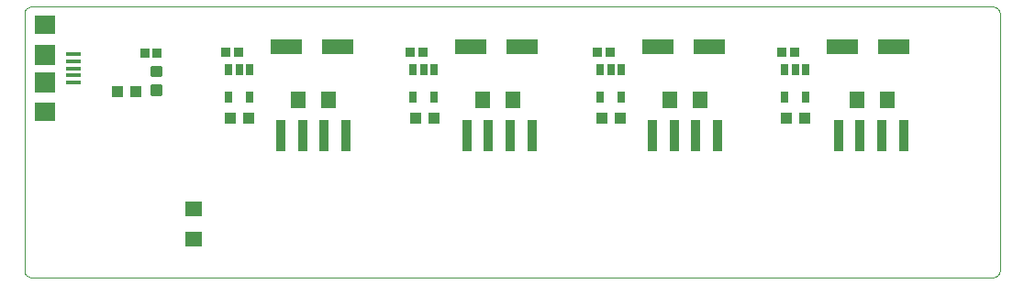
<source format=gtp>
G75*
G70*
%OFA0B0*%
%FSLAX24Y24*%
%IPPOS*%
%LPD*%
%AMOC8*
5,1,8,0,0,1.08239X$1,22.5*
%
%ADD10C,0.0000*%
%ADD11R,0.0354X0.1181*%
%ADD12R,0.0433X0.0394*%
%ADD13R,0.0630X0.0551*%
%ADD14R,0.0272X0.0390*%
%ADD15R,0.0551X0.0138*%
%ADD16R,0.0748X0.0709*%
%ADD17R,0.0748X0.0748*%
%ADD18R,0.0335X0.0354*%
%ADD19R,0.1181X0.0551*%
%ADD20R,0.0551X0.0630*%
%ADD21C,0.0118*%
D10*
X001050Y000970D02*
X035983Y000970D01*
X036013Y000972D01*
X036043Y000977D01*
X036072Y000986D01*
X036099Y000999D01*
X036125Y001014D01*
X036149Y001033D01*
X036170Y001054D01*
X036189Y001078D01*
X036204Y001104D01*
X036217Y001131D01*
X036226Y001160D01*
X036231Y001190D01*
X036233Y001220D01*
X036233Y010563D01*
X036231Y010593D01*
X036226Y010623D01*
X036217Y010652D01*
X036204Y010679D01*
X036189Y010705D01*
X036170Y010729D01*
X036149Y010750D01*
X036125Y010769D01*
X036099Y010784D01*
X036072Y010797D01*
X036043Y010806D01*
X036013Y010811D01*
X035983Y010813D01*
X001050Y010813D01*
X001020Y010811D01*
X000990Y010806D01*
X000961Y010797D01*
X000934Y010784D01*
X000908Y010769D01*
X000884Y010750D01*
X000863Y010729D01*
X000844Y010705D01*
X000829Y010679D01*
X000816Y010652D01*
X000807Y010623D01*
X000802Y010593D01*
X000800Y010563D01*
X000800Y001220D01*
X000802Y001190D01*
X000807Y001160D01*
X000816Y001131D01*
X000829Y001104D01*
X000844Y001078D01*
X000863Y001054D01*
X000884Y001033D01*
X000908Y001014D01*
X000934Y000999D01*
X000961Y000986D01*
X000990Y000977D01*
X001020Y000972D01*
X001050Y000970D01*
D11*
X010119Y006128D03*
X010906Y006128D03*
X011694Y006128D03*
X012481Y006128D03*
X016869Y006128D03*
X017656Y006128D03*
X018444Y006128D03*
X019231Y006128D03*
X023619Y006128D03*
X024406Y006128D03*
X025194Y006128D03*
X025981Y006128D03*
X030369Y006128D03*
X031156Y006128D03*
X031944Y006128D03*
X032731Y006128D03*
D12*
X029135Y006770D03*
X028465Y006770D03*
X022435Y006770D03*
X021765Y006770D03*
X015685Y006770D03*
X015015Y006770D03*
X008935Y006770D03*
X008265Y006770D03*
X004835Y007720D03*
X004165Y007720D03*
D13*
X006950Y003471D03*
X006950Y002369D03*
D14*
X008226Y007508D03*
X008974Y007508D03*
X008974Y008528D03*
X008600Y008528D03*
X008226Y008528D03*
X014926Y008528D03*
X015300Y008528D03*
X015674Y008528D03*
X015674Y007508D03*
X014926Y007508D03*
X021726Y007508D03*
X022474Y007508D03*
X022474Y008528D03*
X022100Y008528D03*
X021726Y008528D03*
X028426Y008528D03*
X028800Y008528D03*
X029174Y008528D03*
X029174Y007508D03*
X028426Y007508D03*
D15*
X002593Y008058D03*
X002593Y008314D03*
X002593Y008570D03*
X002593Y008826D03*
X002593Y009082D03*
D16*
X001550Y010145D03*
X001550Y006995D03*
D17*
X001550Y008070D03*
X001550Y009070D03*
D18*
X005172Y009120D03*
X005628Y009120D03*
X008122Y009170D03*
X008578Y009170D03*
X014822Y009170D03*
X015278Y009170D03*
X021622Y009170D03*
X022078Y009170D03*
X028322Y009170D03*
X028778Y009170D03*
D19*
X030505Y009370D03*
X032395Y009370D03*
X025695Y009370D03*
X023805Y009370D03*
X018895Y009370D03*
X017005Y009370D03*
X012195Y009370D03*
X010305Y009370D03*
D20*
X010749Y007420D03*
X011851Y007420D03*
X017449Y007420D03*
X018551Y007420D03*
X024249Y007420D03*
X025351Y007420D03*
X031049Y007420D03*
X032151Y007420D03*
D21*
X005738Y007637D02*
X005462Y007637D01*
X005462Y007913D01*
X005738Y007913D01*
X005738Y007637D01*
X005738Y007754D02*
X005462Y007754D01*
X005462Y007871D02*
X005738Y007871D01*
X005738Y008327D02*
X005462Y008327D01*
X005462Y008603D01*
X005738Y008603D01*
X005738Y008327D01*
X005738Y008444D02*
X005462Y008444D01*
X005462Y008561D02*
X005738Y008561D01*
M02*

</source>
